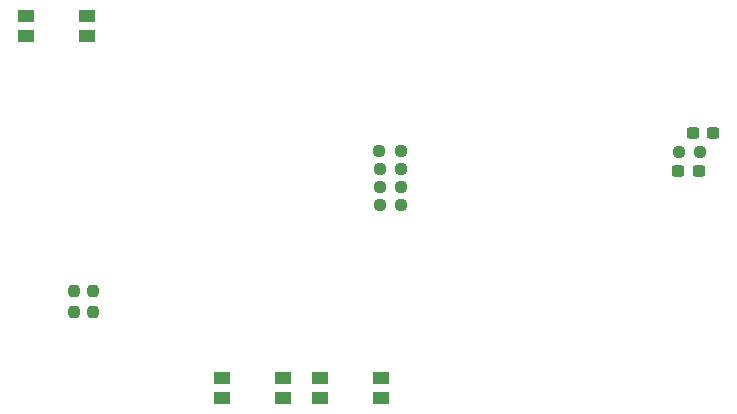
<source format=gbp>
%TF.GenerationSoftware,KiCad,Pcbnew,7.0.2*%
%TF.CreationDate,2024-01-21T15:04:15+01:00*%
%TF.ProjectId,ESP32CAM,45535033-3243-4414-9d2e-6b696361645f,rev?*%
%TF.SameCoordinates,Original*%
%TF.FileFunction,Paste,Bot*%
%TF.FilePolarity,Positive*%
%FSLAX46Y46*%
G04 Gerber Fmt 4.6, Leading zero omitted, Abs format (unit mm)*
G04 Created by KiCad (PCBNEW 7.0.2) date 2024-01-21 15:04:15*
%MOMM*%
%LPD*%
G01*
G04 APERTURE LIST*
G04 Aperture macros list*
%AMRoundRect*
0 Rectangle with rounded corners*
0 $1 Rounding radius*
0 $2 $3 $4 $5 $6 $7 $8 $9 X,Y pos of 4 corners*
0 Add a 4 corners polygon primitive as box body*
4,1,4,$2,$3,$4,$5,$6,$7,$8,$9,$2,$3,0*
0 Add four circle primitives for the rounded corners*
1,1,$1+$1,$2,$3*
1,1,$1+$1,$4,$5*
1,1,$1+$1,$6,$7*
1,1,$1+$1,$8,$9*
0 Add four rect primitives between the rounded corners*
20,1,$1+$1,$2,$3,$4,$5,0*
20,1,$1+$1,$4,$5,$6,$7,0*
20,1,$1+$1,$6,$7,$8,$9,0*
20,1,$1+$1,$8,$9,$2,$3,0*%
G04 Aperture macros list end*
%ADD10RoundRect,0.237500X-0.300000X-0.237500X0.300000X-0.237500X0.300000X0.237500X-0.300000X0.237500X0*%
%ADD11RoundRect,0.237500X-0.237500X0.250000X-0.237500X-0.250000X0.237500X-0.250000X0.237500X0.250000X0*%
%ADD12R,1.450000X1.000000*%
%ADD13RoundRect,0.237500X0.250000X0.237500X-0.250000X0.237500X-0.250000X-0.237500X0.250000X-0.237500X0*%
%ADD14RoundRect,0.237500X-0.250000X-0.237500X0.250000X-0.237500X0.250000X0.237500X-0.250000X0.237500X0*%
G04 APERTURE END LIST*
D10*
%TO.C,C13*%
X222075000Y-80200000D03*
X223800000Y-80200000D03*
%TD*%
D11*
%TO.C,R35*%
X169700000Y-93550000D03*
X169700000Y-95375000D03*
%TD*%
D12*
%TO.C,S5*%
X190530000Y-102650000D03*
X195680000Y-102650000D03*
X190530000Y-100950000D03*
X195680000Y-100950000D03*
%TD*%
%TO.C,S4*%
X170795000Y-70295400D03*
X165645000Y-70295400D03*
X170795000Y-71995400D03*
X165645000Y-71995400D03*
%TD*%
%TO.C,S6*%
X182210000Y-102660000D03*
X187360000Y-102660000D03*
X182210000Y-100960000D03*
X187360000Y-100960000D03*
%TD*%
D10*
%TO.C,C20*%
X220875000Y-83400000D03*
X222600000Y-83400000D03*
%TD*%
D13*
%TO.C,R20*%
X197400000Y-83250000D03*
X195575000Y-83250000D03*
%TD*%
%TO.C,R32*%
X222712500Y-81800000D03*
X220887500Y-81800000D03*
%TD*%
D14*
%TO.C,R24*%
X195600000Y-84800000D03*
X197425000Y-84800000D03*
%TD*%
%TO.C,R25*%
X195600000Y-86300000D03*
X197425000Y-86300000D03*
%TD*%
D13*
%TO.C,R21*%
X197387500Y-81725000D03*
X195562500Y-81725000D03*
%TD*%
D11*
%TO.C,R33*%
X171300000Y-93550000D03*
X171300000Y-95375000D03*
%TD*%
M02*

</source>
